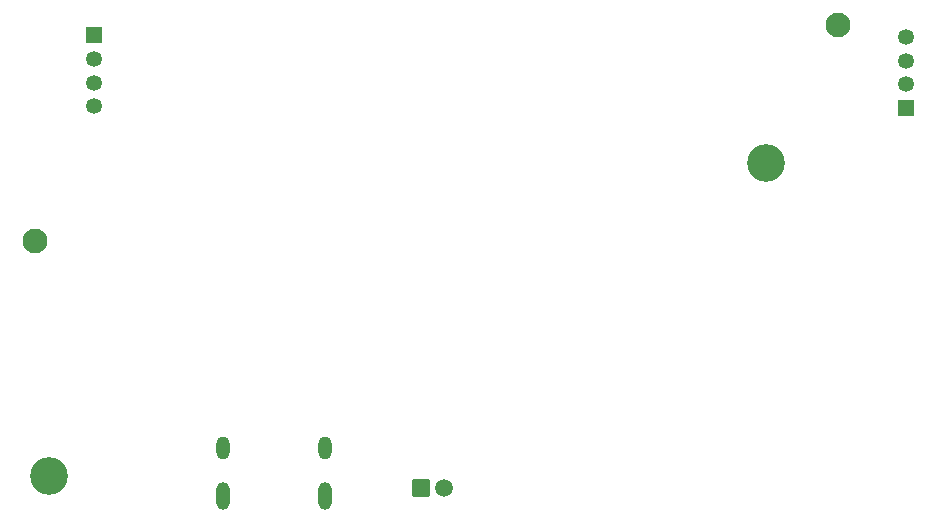
<source format=gbs>
%TF.GenerationSoftware,KiCad,Pcbnew,9.0.4*%
%TF.CreationDate,2025-10-24T17:48:01+05:30*%
%TF.ProjectId,sub_unit,7375625f-756e-4697-942e-6b696361645f,rev?*%
%TF.SameCoordinates,Original*%
%TF.FileFunction,Soldermask,Bot*%
%TF.FilePolarity,Negative*%
%FSLAX46Y46*%
G04 Gerber Fmt 4.6, Leading zero omitted, Abs format (unit mm)*
G04 Created by KiCad (PCBNEW 9.0.4) date 2025-10-24 17:48:01*
%MOMM*%
%LPD*%
G01*
G04 APERTURE LIST*
G04 Aperture macros list*
%AMRoundRect*
0 Rectangle with rounded corners*
0 $1 Rounding radius*
0 $2 $3 $4 $5 $6 $7 $8 $9 X,Y pos of 4 corners*
0 Add a 4 corners polygon primitive as box body*
4,1,4,$2,$3,$4,$5,$6,$7,$8,$9,$2,$3,0*
0 Add four circle primitives for the rounded corners*
1,1,$1+$1,$2,$3*
1,1,$1+$1,$4,$5*
1,1,$1+$1,$6,$7*
1,1,$1+$1,$8,$9*
0 Add four rect primitives between the rounded corners*
20,1,$1+$1,$2,$3,$4,$5,0*
20,1,$1+$1,$4,$5,$6,$7,0*
20,1,$1+$1,$6,$7,$8,$9,0*
20,1,$1+$1,$8,$9,$2,$3,0*%
G04 Aperture macros list end*
%ADD10C,3.200000*%
%ADD11RoundRect,0.102000X0.654000X0.654000X-0.654000X0.654000X-0.654000X-0.654000X0.654000X-0.654000X0*%
%ADD12C,1.512000*%
%ADD13R,1.350000X1.350000*%
%ADD14C,1.350000*%
%ADD15C,2.100000*%
%ADD16O,1.152400X2.352400*%
%ADD17O,1.152400X1.952400*%
G04 APERTURE END LIST*
D10*
%TO.C,REF\u002A\u002A*%
X148590000Y-93243400D03*
%TD*%
%TO.C,REF\u002A\u002A*%
X87884000Y-119710200D03*
%TD*%
D11*
%TO.C,J5*%
X119329200Y-120700800D03*
D12*
X121329200Y-120700800D03*
%TD*%
D13*
%TO.C,J1*%
X91666200Y-82420200D03*
D14*
X91666200Y-84420200D03*
X91666200Y-86420200D03*
X91666200Y-88420200D03*
%TD*%
D15*
%TO.C,REF\u002A\u002A*%
X154635200Y-81508600D03*
%TD*%
D16*
%TO.C,J4*%
X102586000Y-121389600D03*
X111226000Y-121389600D03*
D17*
X102586000Y-117389600D03*
X111226000Y-117389600D03*
%TD*%
D13*
%TO.C,J3*%
X160401000Y-88550000D03*
D14*
X160401000Y-86550000D03*
X160401000Y-84550000D03*
X160401000Y-82550000D03*
%TD*%
D15*
%TO.C,REF\u002A\u002A*%
X86639400Y-99796600D03*
%TD*%
M02*

</source>
